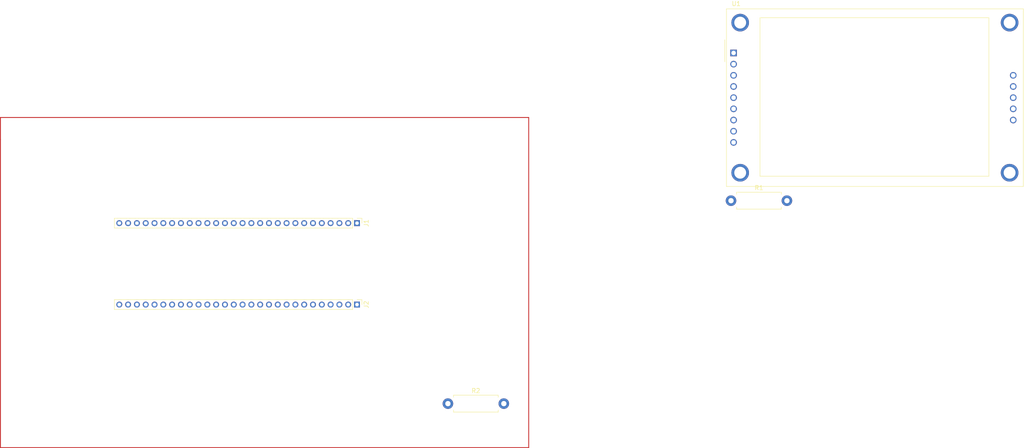
<source format=kicad_pcb>
(kicad_pcb (version 20241229) (generator "pcbnew") (generator_version "9.0")
  (layers (0 "F.Cu" signal) (2 "B.Cu" signal) (13 "F.Paste" user) (15 "B.Paste" user) (5 "F.SilkS" user "F.Silkscreen") (7 "B.SilkS" user "B.Silkscreen") (1 "F.Mask" user) (3 "B.Mask" user) (25 "Edge.Cuts" user))
  (net 0 "")
  (net 1 "/8")
  (net 2 "/3.3V")
  (net 3 "/10")
  (net 4 "/20")
  (net 5 "/0")
  (net 6 "/21")
  (net 7 "/2")
  (net 8 "/13")
  (net 9 "/23")
  (net 10 "/18")
  (net 11 "/16")
  (net 12 "/12")
  (net 13 "/4")
  (net 14 "/19")
  (net 15 "/22")
  (net 16 "/11")
  (net 17 "/5")
  (net 18 "/1")
  (net 19 "/17")
  (net 20 "/14")
  (net 21 "/15")
  (net 22 "GND")
  (net 23 "/3")
  (net 24 "/7")
  (net 25 "/24")
  (net 26 "/9")
  (net 27 "/6")
  (net 28 "/5V")
  (net 29 "/30")
  (net 30 "/36")
  (net 31 "/34")
  (net 32 "/42")
  (net 33 "/29")
  (net 34 "/39")
  (net 35 "/26")
  (net 36 "/SWD")
  (net 37 "/28")
  (net 38 "/35")
  (net 39 "/43")
  (net 40 "/41")
  (net 41 "/44")
  (net 42 "/38")
  (net 43 "/27")
  (net 44 "/25")
  (net 45 "/31")
  (net 46 "/46")
  (net 47 "/32")
  (net 48 "/33")
  (net 49 "/SWCLK")
  (net 50 "/47")
  (net 51 "/37")
  (net 52 "/40")
  (net 53 "/45")
  (net 54 "Net-(BT1-+)")
  (footprint "Resistor_THT:R_Axial_DIN0411_L9.9mm_D3.6mm_P12.70mm_Horizontal" (layer "F.Cu") (at 151.65 110)
    (property "Reference" "R2" (at 6.35 -2.92 0) (layer "F.SilkS"))
    (property "Value" "6.8K")
    (fp_line (start 1.28 -1.92) (end 11.42 -1.92) (stroke (width 0.12)) (layer "F.SilkS"))
    (fp_line (start 1.28 -1.44) (end 1.28 -1.92) (stroke (width 0.12)) (layer "F.SilkS"))
    (fp_line (start 1.28 1.44) (end 1.28 1.92) (stroke (width 0.12)) (layer "F.SilkS"))
    (fp_line (start 1.28 1.92) (end 11.42 1.92) (stroke (width 0.12)) (layer "F.SilkS"))
    (fp_line (start 11.42 -1.92) (end 11.42 -1.44) (stroke (width 0.12)) (layer "F.SilkS"))
    (fp_line (start 11.42 1.92) (end 11.42 1.44) (stroke (width 0.12)) (layer "F.SilkS"))
    (pad "1" thru_hole circle (at 0 0) (size 2.4 2.4) (drill 1.2) (layers "*.Cu" "*.Mask") (net 28 "/5V"))
    (pad "2" thru_hole circle (at 12.7 0) (size 2.4 2.4) (drill 1.2) (layers "*.Cu" "*.Mask") (net 22 "GND"))
  )
  (footprint "Display:CR2013-MI2120" (layer "F.Cu") (at 216.5425 30.34)
    (property "Reference" "U1" (at 0.59 -11.18 0) (layer "F.SilkS"))
    (property "Value" "~")
    (fp_line (start -2 -3) (end -2 2) (stroke (width 0.12)) (layer "F.SilkS"))
    (fp_line (start -1.62 -10.01) (end 65.82 -10.01) (stroke (width 0.12)) (layer "F.SilkS"))
    (fp_line (start -1.62 30.33) (end -1.62 -10.01) (stroke (width 0.12)) (layer "F.SilkS"))
    (fp_line (start 6 -8) (end 58 -8) (stroke (width 0.12)) (layer "F.SilkS"))
    (fp_line (start 6 28) (end 6 -8) (stroke (width 0.12)) (layer "F.SilkS"))
    (fp_line (start 58 -8) (end 58 28) (stroke (width 0.12)) (layer "F.SilkS"))
    (fp_line (start 58 28) (end 6 28) (stroke (width 0.12)) (layer "F.SilkS"))
    (fp_line (start 65.82 -10.01) (end 65.82 30.33) (stroke (width 0.12)) (layer "F.SilkS"))
    (fp_line (start 65.82 30.33) (end -1.62 30.33) (stroke (width 0.12)) (layer "F.SilkS"))
    (pad "" thru_hole circle (at 1.5 -6.89) (size 4 4) (drill 2.7) (layers "*.Cu" "*.Mask"))
    (pad "" thru_hole circle (at 1.5 27.21) (size 4 4) (drill 2.7) (layers "*.Cu" "*.Mask"))
    (pad "" thru_hole circle (at 62.7 -6.89) (size 4 4) (drill 2.7) (layers "*.Cu" "*.Mask"))
    (pad "" thru_hole circle (at 62.7 27.21) (size 4 4) (drill 2.7) (layers "*.Cu" "*.Mask"))
    (pad "1" thru_hole rect (at 0 0) (size 1.5 1.5) (drill 1) (layers "*.Cu" "*.Mask") (net 2 "/3.3V"))
    (pad "2" thru_hole circle (at 0 2.54) (size 1.5 1.5) (drill 1) (layers "*.Cu" "*.Mask") (net 22 "GND"))
    (pad "3" thru_hole circle (at 0 5.08) (size 1.5 1.5) (drill 1) (layers "*.Cu" "*.Mask") (net 8 "/13"))
    (pad "4" thru_hole circle (at 0 7.62) (size 1.5 1.5) (drill 1) (layers "*.Cu" "*.Mask") (net 12 "/12"))
    (pad "5" thru_hole circle (at 0 10.16) (size 1.5 1.5) (drill 1) (layers "*.Cu" "*.Mask") (net 19 "/17"))
    (pad "6" thru_hole circle (at 0 12.7) (size 1.5 1.5) (drill 1) (layers "*.Cu" "*.Mask") (net 21 "/15"))
    (pad "7" thru_hole circle (at 0 15.24) (size 1.5 1.5) (drill 1) (layers "*.Cu" "*.Mask") (net 20 "/14"))
    (pad "8" thru_hole circle (at 0 17.78) (size 1.5 1.5) (drill 1) (layers "*.Cu" "*.Mask") (net 2 "/3.3V"))
    (pad "9" thru_hole circle (at 0 20.32) (size 1.5 1.5) (drill 1) (layers "*.Cu" "*.Mask"))
    (pad "10" thru_hole circle (at 63.52 5.08) (size 1.5 1.5) (drill 1) (layers "*.Cu" "*.Mask"))
    (pad "11" thru_hole circle (at 63.52 7.62) (size 1.5 1.5) (drill 1) (layers "*.Cu" "*.Mask"))
    (pad "12" thru_hole circle (at 63.52 10.16) (size 1.5 1.5) (drill 1) (layers "*.Cu" "*.Mask"))
    (pad "13" thru_hole circle (at 63.52 12.7) (size 1.5 1.5) (drill 1) (layers "*.Cu" "*.Mask"))
    (pad "14" thru_hole circle (at 63.52 15.24) (size 1.5 1.5) (drill 1) (layers "*.Cu" "*.Mask"))
  )
  (footprint "Resistor_THT:R_Axial_DIN0411_L9.9mm_D3.6mm_P12.70mm_Horizontal" (layer "F.Cu") (at 215.9575 63.9)
    (property "Reference" "R1" (at 6.35 -2.92 0) (layer "F.SilkS"))
    (property "Value" "1.5K")
    (fp_line (start 1.28 -1.92) (end 11.42 -1.92) (stroke (width 0.12)) (layer "F.SilkS"))
    (fp_line (start 1.28 -1.44) (end 1.28 -1.92) (stroke (width 0.12)) (layer "F.SilkS"))
    (fp_line (start 1.28 1.44) (end 1.28 1.92) (stroke (width 0.12)) (layer "F.SilkS"))
    (fp_line (start 1.28 1.92) (end 11.42 1.92) (stroke (width 0.12)) (layer "F.SilkS"))
    (fp_line (start 11.42 -1.92) (end 11.42 -1.44) (stroke (width 0.12)) (layer "F.SilkS"))
    (fp_line (start 11.42 1.92) (end 11.42 1.44) (stroke (width 0.12)) (layer "F.SilkS"))
    (pad "1" thru_hole circle (at 0 0) (size 2.4 2.4) (drill 1.2) (layers "*.Cu" "*.Mask") (net 54 "Net-(BT1-+)"))
    (pad "2" thru_hole circle (at 12.7 0) (size 2.4 2.4) (drill 1.2) (layers "*.Cu" "*.Mask") (net 28 "/5V"))
  )
  (footprint "Connector_PinHeader_2.00mm:PinHeader_1x28_P2.00mm_Vertical" (layer "F.Cu") (at 131 69 -90)
    (property "Reference" "J1" (at 0 -2.11 90) (layer "F.SilkS"))
    (property "Value" "~")
    (fp_line (start -1.11 55.11) (end 1.11 55.11) (stroke (width 0.12)) (layer "F.SilkS"))
    (fp_line (start -1.11 1) (end -1.11 55.11) (stroke (width 0.12)) (layer "F.SilkS"))
    (fp_line (start -1.11 1) (end 1.11 1) (stroke (width 0.12)) (layer "F.SilkS"))
    (fp_line (start 1.11 1) (end 1.11 55.11) (stroke (width 0.12)) (layer "F.SilkS"))
    (fp_line (start -1.11 0) (end -1.11 -1.11) (stroke (width 0.12)) (layer "F.SilkS"))
    (fp_line (start -1.11 -1.11) (end 0 -1.11) (stroke (width 0.12)) (layer "F.SilkS"))
    (pad "1" thru_hole rect (at 0 0 270) (size 1.35 1.35) (drill 0.8) (layers "*.Cu" "*.Mask") (net 28 "/5V"))
    (pad "2" thru_hole circle (at 0 2 270) (size 1.35 1.35) (drill 0.8) (layers "*.Cu" "*.Mask") (net 2 "/3.3V"))
    (pad "3" thru_hole circle (at 0 4 270) (size 1.35 1.35) (drill 0.8) (layers "*.Cu" "*.Mask") (net 5 "/0"))
    (pad "4" thru_hole circle (at 0 6 270) (size 1.35 1.35) (drill 0.8) (layers "*.Cu" "*.Mask") (net 18 "/1"))
    (pad "5" thru_hole circle (at 0 8 270) (size 1.35 1.35) (drill 0.8) (layers "*.Cu" "*.Mask") (net 7 "/2"))
    (pad "6" thru_hole circle (at 0 10 270) (size 1.35 1.35) (drill 0.8) (layers "*.Cu" "*.Mask") (net 23 "/3"))
    (pad "7" thru_hole circle (at 0 12 270) (size 1.35 1.35) (drill 0.8) (layers "*.Cu" "*.Mask") (net 13 "/4"))
    (pad "8" thru_hole circle (at 0 14 270) (size 1.35 1.35) (drill 0.8) (layers "*.Cu" "*.Mask") (net 17 "/5"))
    (pad "9" thru_hole circle (at 0 16 270) (size 1.35 1.35) (drill 0.8) (layers "*.Cu" "*.Mask") (net 27 "/6"))
    (pad "10" thru_hole circle (at 0 18 270) (size 1.35 1.35) (drill 0.8) (layers "*.Cu" "*.Mask") (net 24 "/7"))
    (pad "11" thru_hole circle (at 0 20 270) (size 1.35 1.35) (drill 0.8) (layers "*.Cu" "*.Mask") (net 1 "/8"))
    (pad "12" thru_hole circle (at 0 22 270) (size 1.35 1.35) (drill 0.8) (layers "*.Cu" "*.Mask") (net 26 "/9"))
    (pad "13" thru_hole circle (at 0 24 270) (size 1.35 1.35) (drill 0.8) (layers "*.Cu" "*.Mask") (net 3 "/10"))
    (pad "14" thru_hole circle (at 0 26 270) (size 1.35 1.35) (drill 0.8) (layers "*.Cu" "*.Mask") (net 16 "/11"))
    (pad "15" thru_hole circle (at 0 28 270) (size 1.35 1.35) (drill 0.8) (layers "*.Cu" "*.Mask") (net 12 "/12"))
    (pad "16" thru_hole circle (at 0 30 270) (size 1.35 1.35) (drill 0.8) (layers "*.Cu" "*.Mask") (net 8 "/13"))
    (pad "17" thru_hole circle (at 0 32 270) (size 1.35 1.35) (drill 0.8) (layers "*.Cu" "*.Mask") (net 20 "/14"))
    (pad "18" thru_hole circle (at 0 34 270) (size 1.35 1.35) (drill 0.8) (layers "*.Cu" "*.Mask") (net 21 "/15"))
    (pad "19" thru_hole circle (at 0 36 270) (size 1.35 1.35) (drill 0.8) (layers "*.Cu" "*.Mask") (net 11 "/16"))
    (pad "20" thru_hole circle (at 0 38 270) (size 1.35 1.35) (drill 0.8) (layers "*.Cu" "*.Mask") (net 19 "/17"))
    (pad "21" thru_hole circle (at 0 40 270) (size 1.35 1.35) (drill 0.8) (layers "*.Cu" "*.Mask") (net 10 "/18"))
    (pad "22" thru_hole circle (at 0 42 270) (size 1.35 1.35) (drill 0.8) (layers "*.Cu" "*.Mask") (net 14 "/19"))
    (pad "23" thru_hole circle (at 0 44 270) (size 1.35 1.35) (drill 0.8) (layers "*.Cu" "*.Mask") (net 4 "/20"))
    (pad "24" thru_hole circle (at 0 46 270) (size 1.35 1.35) (drill 0.8) (layers "*.Cu" "*.Mask") (net 6 "/21"))
    (pad "25" thru_hole circle (at 0 48 270) (size 1.35 1.35) (drill 0.8) (layers "*.Cu" "*.Mask") (net 15 "/22"))
    (pad "26" thru_hole circle (at 0 50 270) (size 1.35 1.35) (drill 0.8) (layers "*.Cu" "*.Mask") (net 9 "/23"))
    (pad "27" thru_hole circle (at 0 52 270) (size 1.35 1.35) (drill 0.8) (layers "*.Cu" "*.Mask") (net 25 "/24"))
    (pad "28" thru_hole circle (at 0 54 270) (size 1.35 1.35) (drill 0.8) (layers "*.Cu" "*.Mask") (net 22 "GND"))
  )
  (footprint "Connector_PinHeader_2.00mm:PinHeader_1x28_P2.00mm_Vertical" (layer "F.Cu") (at 131 87.5 -90)
    (property "Reference" "J2" (at 0 -2.11 90) (layer "F.SilkS"))
    (property "Value" "~")
    (fp_line (start -1.11 55.11) (end 1.11 55.11) (stroke (width 0.12)) (layer "F.SilkS"))
    (fp_line (start -1.11 1) (end -1.11 55.11) (stroke (width 0.12)) (layer "F.SilkS"))
    (fp_line (start -1.11 1) (end 1.11 1) (stroke (width 0.12)) (layer "F.SilkS"))
    (fp_line (start 1.11 1) (end 1.11 55.11) (stroke (width 0.12)) (layer "F.SilkS"))
    (fp_line (start -1.11 0) (end -1.11 -1.11) (stroke (width 0.12)) (layer "F.SilkS"))
    (fp_line (start -1.11 -1.11) (end 0 -1.11) (stroke (width 0.12)) (layer "F.SilkS"))
    (pad "1" thru_hole rect (at 0 0 270) (size 1.35 1.35) (drill 0.8) (layers "*.Cu" "*.Mask") (net 28 "/5V"))
    (pad "2" thru_hole circle (at 0 2 270) (size 1.35 1.35) (drill 0.8) (layers "*.Cu" "*.Mask") (net 2 "/3.3V"))
    (pad "3" thru_hole circle (at 0 4 270) (size 1.35 1.35) (drill 0.8) (layers "*.Cu" "*.Mask") (net 50 "/47"))
    (pad "4" thru_hole circle (at 0 6 270) (size 1.35 1.35) (drill 0.8) (layers "*.Cu" "*.Mask") (net 46 "/46"))
    (pad "5" thru_hole circle (at 0 8 270) (size 1.35 1.35) (drill 0.8) (layers "*.Cu" "*.Mask") (net 53 "/45"))
    (pad "6" thru_hole circle (at 0 10 270) (size 1.35 1.35) (drill 0.8) (layers "*.Cu" "*.Mask") (net 41 "/44"))
    (pad "7" thru_hole circle (at 0 12 270) (size 1.35 1.35) (drill 0.8) (layers "*.Cu" "*.Mask") (net 39 "/43"))
    (pad "8" thru_hole circle (at 0 14 270) (size 1.35 1.35) (drill 0.8) (layers "*.Cu" "*.Mask") (net 32 "/42"))
    (pad "9" thru_hole circle (at 0 16 270) (size 1.35 1.35) (drill 0.8) (layers "*.Cu" "*.Mask") (net 40 "/41"))
    (pad "10" thru_hole circle (at 0 18 270) (size 1.35 1.35) (drill 0.8) (layers "*.Cu" "*.Mask") (net 52 "/40"))
    (pad "11" thru_hole circle (at 0 20 270) (size 1.35 1.35) (drill 0.8) (layers "*.Cu" "*.Mask") (net 34 "/39"))
    (pad "12" thru_hole circle (at 0 22 270) (size 1.35 1.35) (drill 0.8) (layers "*.Cu" "*.Mask") (net 42 "/38"))
    (pad "13" thru_hole circle (at 0 24 270) (size 1.35 1.35) (drill 0.8) (layers "*.Cu" "*.Mask") (net 51 "/37"))
    (pad "14" thru_hole circle (at 0 26 270) (size 1.35 1.35) (drill 0.8) (layers "*.Cu" "*.Mask") (net 30 "/36"))
    (pad "15" thru_hole circle (at 0 28 270) (size 1.35 1.35) (drill 0.8) (layers "*.Cu" "*.Mask") (net 38 "/35"))
    (pad "16" thru_hole circle (at 0 30 270) (size 1.35 1.35) (drill 0.8) (layers "*.Cu" "*.Mask") (net 31 "/34"))
    (pad "17" thru_hole circle (at 0 32 270) (size 1.35 1.35) (drill 0.8) (layers "*.Cu" "*.Mask") (net 48 "/33"))
    (pad "18" thru_hole circle (at 0 34 270) (size 1.35 1.35) (drill 0.8) (layers "*.Cu" "*.Mask") (net 47 "/32"))
    (pad "19" thru_hole circle (at 0 36 270) (size 1.35 1.35) (drill 0.8) (layers "*.Cu" "*.Mask") (net 45 "/31"))
    (pad "20" thru_hole circle (at 0 38 270) (size 1.35 1.35) (drill 0.8) (layers "*.Cu" "*.Mask") (net 29 "/30"))
    (pad "21" thru_hole circle (at 0 40 270) (size 1.35 1.35) (drill 0.8) (layers "*.Cu" "*.Mask") (net 33 "/29"))
    (pad "22" thru_hole circle (at 0 42 270) (size 1.35 1.35) (drill 0.8) (layers "*.Cu" "*.Mask") (net 37 "/28"))
    (pad "23" thru_hole circle (at 0 44 270) (size 1.35 1.35) (drill 0.8) (layers "*.Cu" "*.Mask") (net 43 "/27"))
    (pad "24" thru_hole circle (at 0 46 270) (size 1.35 1.35) (drill 0.8) (layers "*.Cu" "*.Mask") (net 35 "/26"))
    (pad "25" thru_hole circle (at 0 48 270) (size 1.35 1.35) (drill 0.8) (layers "*.Cu" "*.Mask") (net 44 "/25"))
    (pad "26" thru_hole circle (at 0 50 270) (size 1.35 1.35) (drill 0.8) (layers "*.Cu" "*.Mask") (net 49 "/SWCLK"))
    (pad "27" thru_hole circle (at 0 52 270) (size 1.35 1.35) (drill 0.8) (layers "*.Cu" "*.Mask") (net 36 "/SWD"))
    (pad "28" thru_hole circle (at 0 54 270) (size 1.35 1.35) (drill 0.8) (layers "*.Cu" "*.Mask") (net 22 "GND"))
  )
  (gr_line (start 50 45) (end 50 50) (stroke (width 0.2)) (layer "F.Cu") (net 13))
  (gr_line (start 50 120) (end 170 120) (stroke (width 0.2)) (layer "F.Cu") (net 13))
  (gr_line (start 170 120) (end 170 45) (stroke (width 0.2)) (layer "F.Cu") (net 13))
  (gr_line (start 170 45) (end 50 45) (stroke (width 0.2)) (layer "F.Cu") (net 13))
  (gr_line (start 50 50) (end 50 120) (stroke (width 0.2)) (layer "F.Cu") (net 13))
)
</source>
